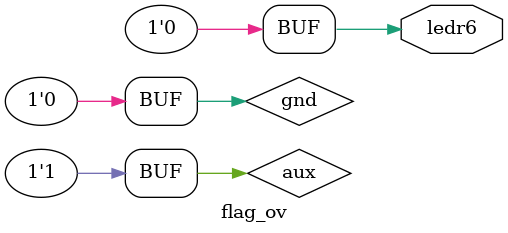
<source format=v>
module flag_ov (
	output ledr6
);

	wire gnd = 1'b0, aux;
	
	not fo0 (aux, gnd);
	not fo1 (ledr6, aux);

endmodule
</source>
